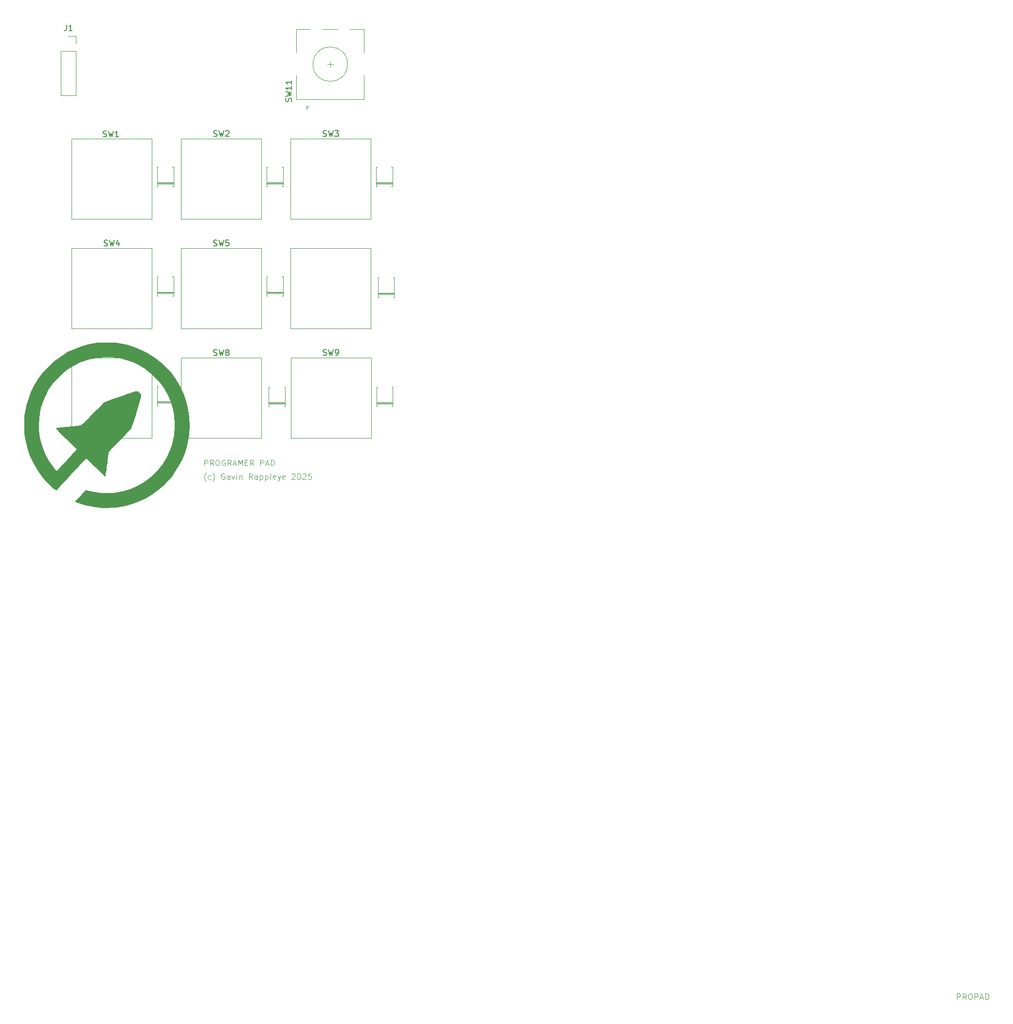
<source format=gbr>
%TF.GenerationSoftware,KiCad,Pcbnew,9.0.1*%
%TF.CreationDate,2025-06-05T14:05:19-05:00*%
%TF.ProjectId,CopyPAD,436f7079-5041-4442-9e6b-696361645f70,rev?*%
%TF.SameCoordinates,Original*%
%TF.FileFunction,Legend,Top*%
%TF.FilePolarity,Positive*%
%FSLAX46Y46*%
G04 Gerber Fmt 4.6, Leading zero omitted, Abs format (unit mm)*
G04 Created by KiCad (PCBNEW 9.0.1) date 2025-06-05 14:05:19*
%MOMM*%
%LPD*%
G01*
G04 APERTURE LIST*
%ADD10C,0.100000*%
%ADD11C,0.300000*%
%ADD12C,0.150000*%
%ADD13C,0.000000*%
%ADD14C,0.120000*%
G04 APERTURE END LIST*
D10*
X55358348Y-100265871D02*
X55310729Y-100218252D01*
X55310729Y-100218252D02*
X55215491Y-100075395D01*
X55215491Y-100075395D02*
X55167872Y-99980157D01*
X55167872Y-99980157D02*
X55120253Y-99837300D01*
X55120253Y-99837300D02*
X55072634Y-99599204D01*
X55072634Y-99599204D02*
X55072634Y-99408728D01*
X55072634Y-99408728D02*
X55120253Y-99170633D01*
X55120253Y-99170633D02*
X55167872Y-99027776D01*
X55167872Y-99027776D02*
X55215491Y-98932538D01*
X55215491Y-98932538D02*
X55310729Y-98789680D01*
X55310729Y-98789680D02*
X55358348Y-98742061D01*
X56167872Y-99837300D02*
X56072634Y-99884919D01*
X56072634Y-99884919D02*
X55882158Y-99884919D01*
X55882158Y-99884919D02*
X55786920Y-99837300D01*
X55786920Y-99837300D02*
X55739301Y-99789680D01*
X55739301Y-99789680D02*
X55691682Y-99694442D01*
X55691682Y-99694442D02*
X55691682Y-99408728D01*
X55691682Y-99408728D02*
X55739301Y-99313490D01*
X55739301Y-99313490D02*
X55786920Y-99265871D01*
X55786920Y-99265871D02*
X55882158Y-99218252D01*
X55882158Y-99218252D02*
X56072634Y-99218252D01*
X56072634Y-99218252D02*
X56167872Y-99265871D01*
X56501206Y-100265871D02*
X56548825Y-100218252D01*
X56548825Y-100218252D02*
X56644063Y-100075395D01*
X56644063Y-100075395D02*
X56691682Y-99980157D01*
X56691682Y-99980157D02*
X56739301Y-99837300D01*
X56739301Y-99837300D02*
X56786920Y-99599204D01*
X56786920Y-99599204D02*
X56786920Y-99408728D01*
X56786920Y-99408728D02*
X56739301Y-99170633D01*
X56739301Y-99170633D02*
X56691682Y-99027776D01*
X56691682Y-99027776D02*
X56644063Y-98932538D01*
X56644063Y-98932538D02*
X56548825Y-98789680D01*
X56548825Y-98789680D02*
X56501206Y-98742061D01*
X58548825Y-98932538D02*
X58453587Y-98884919D01*
X58453587Y-98884919D02*
X58310730Y-98884919D01*
X58310730Y-98884919D02*
X58167873Y-98932538D01*
X58167873Y-98932538D02*
X58072635Y-99027776D01*
X58072635Y-99027776D02*
X58025016Y-99123014D01*
X58025016Y-99123014D02*
X57977397Y-99313490D01*
X57977397Y-99313490D02*
X57977397Y-99456347D01*
X57977397Y-99456347D02*
X58025016Y-99646823D01*
X58025016Y-99646823D02*
X58072635Y-99742061D01*
X58072635Y-99742061D02*
X58167873Y-99837300D01*
X58167873Y-99837300D02*
X58310730Y-99884919D01*
X58310730Y-99884919D02*
X58405968Y-99884919D01*
X58405968Y-99884919D02*
X58548825Y-99837300D01*
X58548825Y-99837300D02*
X58596444Y-99789680D01*
X58596444Y-99789680D02*
X58596444Y-99456347D01*
X58596444Y-99456347D02*
X58405968Y-99456347D01*
X59453587Y-99884919D02*
X59453587Y-99361109D01*
X59453587Y-99361109D02*
X59405968Y-99265871D01*
X59405968Y-99265871D02*
X59310730Y-99218252D01*
X59310730Y-99218252D02*
X59120254Y-99218252D01*
X59120254Y-99218252D02*
X59025016Y-99265871D01*
X59453587Y-99837300D02*
X59358349Y-99884919D01*
X59358349Y-99884919D02*
X59120254Y-99884919D01*
X59120254Y-99884919D02*
X59025016Y-99837300D01*
X59025016Y-99837300D02*
X58977397Y-99742061D01*
X58977397Y-99742061D02*
X58977397Y-99646823D01*
X58977397Y-99646823D02*
X59025016Y-99551585D01*
X59025016Y-99551585D02*
X59120254Y-99503966D01*
X59120254Y-99503966D02*
X59358349Y-99503966D01*
X59358349Y-99503966D02*
X59453587Y-99456347D01*
X59834540Y-99218252D02*
X60072635Y-99884919D01*
X60072635Y-99884919D02*
X60310730Y-99218252D01*
X60691683Y-99884919D02*
X60691683Y-99218252D01*
X60691683Y-98884919D02*
X60644064Y-98932538D01*
X60644064Y-98932538D02*
X60691683Y-98980157D01*
X60691683Y-98980157D02*
X60739302Y-98932538D01*
X60739302Y-98932538D02*
X60691683Y-98884919D01*
X60691683Y-98884919D02*
X60691683Y-98980157D01*
X61167873Y-99218252D02*
X61167873Y-99884919D01*
X61167873Y-99313490D02*
X61215492Y-99265871D01*
X61215492Y-99265871D02*
X61310730Y-99218252D01*
X61310730Y-99218252D02*
X61453587Y-99218252D01*
X61453587Y-99218252D02*
X61548825Y-99265871D01*
X61548825Y-99265871D02*
X61596444Y-99361109D01*
X61596444Y-99361109D02*
X61596444Y-99884919D01*
X63405968Y-99884919D02*
X63072635Y-99408728D01*
X62834540Y-99884919D02*
X62834540Y-98884919D01*
X62834540Y-98884919D02*
X63215492Y-98884919D01*
X63215492Y-98884919D02*
X63310730Y-98932538D01*
X63310730Y-98932538D02*
X63358349Y-98980157D01*
X63358349Y-98980157D02*
X63405968Y-99075395D01*
X63405968Y-99075395D02*
X63405968Y-99218252D01*
X63405968Y-99218252D02*
X63358349Y-99313490D01*
X63358349Y-99313490D02*
X63310730Y-99361109D01*
X63310730Y-99361109D02*
X63215492Y-99408728D01*
X63215492Y-99408728D02*
X62834540Y-99408728D01*
X64263111Y-99884919D02*
X64263111Y-99361109D01*
X64263111Y-99361109D02*
X64215492Y-99265871D01*
X64215492Y-99265871D02*
X64120254Y-99218252D01*
X64120254Y-99218252D02*
X63929778Y-99218252D01*
X63929778Y-99218252D02*
X63834540Y-99265871D01*
X64263111Y-99837300D02*
X64167873Y-99884919D01*
X64167873Y-99884919D02*
X63929778Y-99884919D01*
X63929778Y-99884919D02*
X63834540Y-99837300D01*
X63834540Y-99837300D02*
X63786921Y-99742061D01*
X63786921Y-99742061D02*
X63786921Y-99646823D01*
X63786921Y-99646823D02*
X63834540Y-99551585D01*
X63834540Y-99551585D02*
X63929778Y-99503966D01*
X63929778Y-99503966D02*
X64167873Y-99503966D01*
X64167873Y-99503966D02*
X64263111Y-99456347D01*
X64739302Y-99218252D02*
X64739302Y-100218252D01*
X64739302Y-99265871D02*
X64834540Y-99218252D01*
X64834540Y-99218252D02*
X65025016Y-99218252D01*
X65025016Y-99218252D02*
X65120254Y-99265871D01*
X65120254Y-99265871D02*
X65167873Y-99313490D01*
X65167873Y-99313490D02*
X65215492Y-99408728D01*
X65215492Y-99408728D02*
X65215492Y-99694442D01*
X65215492Y-99694442D02*
X65167873Y-99789680D01*
X65167873Y-99789680D02*
X65120254Y-99837300D01*
X65120254Y-99837300D02*
X65025016Y-99884919D01*
X65025016Y-99884919D02*
X64834540Y-99884919D01*
X64834540Y-99884919D02*
X64739302Y-99837300D01*
X65644064Y-99218252D02*
X65644064Y-100218252D01*
X65644064Y-99265871D02*
X65739302Y-99218252D01*
X65739302Y-99218252D02*
X65929778Y-99218252D01*
X65929778Y-99218252D02*
X66025016Y-99265871D01*
X66025016Y-99265871D02*
X66072635Y-99313490D01*
X66072635Y-99313490D02*
X66120254Y-99408728D01*
X66120254Y-99408728D02*
X66120254Y-99694442D01*
X66120254Y-99694442D02*
X66072635Y-99789680D01*
X66072635Y-99789680D02*
X66025016Y-99837300D01*
X66025016Y-99837300D02*
X65929778Y-99884919D01*
X65929778Y-99884919D02*
X65739302Y-99884919D01*
X65739302Y-99884919D02*
X65644064Y-99837300D01*
X66691683Y-99884919D02*
X66596445Y-99837300D01*
X66596445Y-99837300D02*
X66548826Y-99742061D01*
X66548826Y-99742061D02*
X66548826Y-98884919D01*
X67453588Y-99837300D02*
X67358350Y-99884919D01*
X67358350Y-99884919D02*
X67167874Y-99884919D01*
X67167874Y-99884919D02*
X67072636Y-99837300D01*
X67072636Y-99837300D02*
X67025017Y-99742061D01*
X67025017Y-99742061D02*
X67025017Y-99361109D01*
X67025017Y-99361109D02*
X67072636Y-99265871D01*
X67072636Y-99265871D02*
X67167874Y-99218252D01*
X67167874Y-99218252D02*
X67358350Y-99218252D01*
X67358350Y-99218252D02*
X67453588Y-99265871D01*
X67453588Y-99265871D02*
X67501207Y-99361109D01*
X67501207Y-99361109D02*
X67501207Y-99456347D01*
X67501207Y-99456347D02*
X67025017Y-99551585D01*
X67834541Y-99218252D02*
X68072636Y-99884919D01*
X68310731Y-99218252D02*
X68072636Y-99884919D01*
X68072636Y-99884919D02*
X67977398Y-100123014D01*
X67977398Y-100123014D02*
X67929779Y-100170633D01*
X67929779Y-100170633D02*
X67834541Y-100218252D01*
X69072636Y-99837300D02*
X68977398Y-99884919D01*
X68977398Y-99884919D02*
X68786922Y-99884919D01*
X68786922Y-99884919D02*
X68691684Y-99837300D01*
X68691684Y-99837300D02*
X68644065Y-99742061D01*
X68644065Y-99742061D02*
X68644065Y-99361109D01*
X68644065Y-99361109D02*
X68691684Y-99265871D01*
X68691684Y-99265871D02*
X68786922Y-99218252D01*
X68786922Y-99218252D02*
X68977398Y-99218252D01*
X68977398Y-99218252D02*
X69072636Y-99265871D01*
X69072636Y-99265871D02*
X69120255Y-99361109D01*
X69120255Y-99361109D02*
X69120255Y-99456347D01*
X69120255Y-99456347D02*
X68644065Y-99551585D01*
X70263113Y-98980157D02*
X70310732Y-98932538D01*
X70310732Y-98932538D02*
X70405970Y-98884919D01*
X70405970Y-98884919D02*
X70644065Y-98884919D01*
X70644065Y-98884919D02*
X70739303Y-98932538D01*
X70739303Y-98932538D02*
X70786922Y-98980157D01*
X70786922Y-98980157D02*
X70834541Y-99075395D01*
X70834541Y-99075395D02*
X70834541Y-99170633D01*
X70834541Y-99170633D02*
X70786922Y-99313490D01*
X70786922Y-99313490D02*
X70215494Y-99884919D01*
X70215494Y-99884919D02*
X70834541Y-99884919D01*
X71453589Y-98884919D02*
X71548827Y-98884919D01*
X71548827Y-98884919D02*
X71644065Y-98932538D01*
X71644065Y-98932538D02*
X71691684Y-98980157D01*
X71691684Y-98980157D02*
X71739303Y-99075395D01*
X71739303Y-99075395D02*
X71786922Y-99265871D01*
X71786922Y-99265871D02*
X71786922Y-99503966D01*
X71786922Y-99503966D02*
X71739303Y-99694442D01*
X71739303Y-99694442D02*
X71691684Y-99789680D01*
X71691684Y-99789680D02*
X71644065Y-99837300D01*
X71644065Y-99837300D02*
X71548827Y-99884919D01*
X71548827Y-99884919D02*
X71453589Y-99884919D01*
X71453589Y-99884919D02*
X71358351Y-99837300D01*
X71358351Y-99837300D02*
X71310732Y-99789680D01*
X71310732Y-99789680D02*
X71263113Y-99694442D01*
X71263113Y-99694442D02*
X71215494Y-99503966D01*
X71215494Y-99503966D02*
X71215494Y-99265871D01*
X71215494Y-99265871D02*
X71263113Y-99075395D01*
X71263113Y-99075395D02*
X71310732Y-98980157D01*
X71310732Y-98980157D02*
X71358351Y-98932538D01*
X71358351Y-98932538D02*
X71453589Y-98884919D01*
X72167875Y-98980157D02*
X72215494Y-98932538D01*
X72215494Y-98932538D02*
X72310732Y-98884919D01*
X72310732Y-98884919D02*
X72548827Y-98884919D01*
X72548827Y-98884919D02*
X72644065Y-98932538D01*
X72644065Y-98932538D02*
X72691684Y-98980157D01*
X72691684Y-98980157D02*
X72739303Y-99075395D01*
X72739303Y-99075395D02*
X72739303Y-99170633D01*
X72739303Y-99170633D02*
X72691684Y-99313490D01*
X72691684Y-99313490D02*
X72120256Y-99884919D01*
X72120256Y-99884919D02*
X72739303Y-99884919D01*
X73644065Y-98884919D02*
X73167875Y-98884919D01*
X73167875Y-98884919D02*
X73120256Y-99361109D01*
X73120256Y-99361109D02*
X73167875Y-99313490D01*
X73167875Y-99313490D02*
X73263113Y-99265871D01*
X73263113Y-99265871D02*
X73501208Y-99265871D01*
X73501208Y-99265871D02*
X73596446Y-99313490D01*
X73596446Y-99313490D02*
X73644065Y-99361109D01*
X73644065Y-99361109D02*
X73691684Y-99456347D01*
X73691684Y-99456347D02*
X73691684Y-99694442D01*
X73691684Y-99694442D02*
X73644065Y-99789680D01*
X73644065Y-99789680D02*
X73596446Y-99837300D01*
X73596446Y-99837300D02*
X73501208Y-99884919D01*
X73501208Y-99884919D02*
X73263113Y-99884919D01*
X73263113Y-99884919D02*
X73167875Y-99837300D01*
X73167875Y-99837300D02*
X73120256Y-99789680D01*
X55072634Y-97503669D02*
X55072634Y-96503669D01*
X55072634Y-96503669D02*
X55453586Y-96503669D01*
X55453586Y-96503669D02*
X55548824Y-96551288D01*
X55548824Y-96551288D02*
X55596443Y-96598907D01*
X55596443Y-96598907D02*
X55644062Y-96694145D01*
X55644062Y-96694145D02*
X55644062Y-96837002D01*
X55644062Y-96837002D02*
X55596443Y-96932240D01*
X55596443Y-96932240D02*
X55548824Y-96979859D01*
X55548824Y-96979859D02*
X55453586Y-97027478D01*
X55453586Y-97027478D02*
X55072634Y-97027478D01*
X56644062Y-97503669D02*
X56310729Y-97027478D01*
X56072634Y-97503669D02*
X56072634Y-96503669D01*
X56072634Y-96503669D02*
X56453586Y-96503669D01*
X56453586Y-96503669D02*
X56548824Y-96551288D01*
X56548824Y-96551288D02*
X56596443Y-96598907D01*
X56596443Y-96598907D02*
X56644062Y-96694145D01*
X56644062Y-96694145D02*
X56644062Y-96837002D01*
X56644062Y-96837002D02*
X56596443Y-96932240D01*
X56596443Y-96932240D02*
X56548824Y-96979859D01*
X56548824Y-96979859D02*
X56453586Y-97027478D01*
X56453586Y-97027478D02*
X56072634Y-97027478D01*
X57263110Y-96503669D02*
X57453586Y-96503669D01*
X57453586Y-96503669D02*
X57548824Y-96551288D01*
X57548824Y-96551288D02*
X57644062Y-96646526D01*
X57644062Y-96646526D02*
X57691681Y-96837002D01*
X57691681Y-96837002D02*
X57691681Y-97170335D01*
X57691681Y-97170335D02*
X57644062Y-97360811D01*
X57644062Y-97360811D02*
X57548824Y-97456050D01*
X57548824Y-97456050D02*
X57453586Y-97503669D01*
X57453586Y-97503669D02*
X57263110Y-97503669D01*
X57263110Y-97503669D02*
X57167872Y-97456050D01*
X57167872Y-97456050D02*
X57072634Y-97360811D01*
X57072634Y-97360811D02*
X57025015Y-97170335D01*
X57025015Y-97170335D02*
X57025015Y-96837002D01*
X57025015Y-96837002D02*
X57072634Y-96646526D01*
X57072634Y-96646526D02*
X57167872Y-96551288D01*
X57167872Y-96551288D02*
X57263110Y-96503669D01*
X58644062Y-96551288D02*
X58548824Y-96503669D01*
X58548824Y-96503669D02*
X58405967Y-96503669D01*
X58405967Y-96503669D02*
X58263110Y-96551288D01*
X58263110Y-96551288D02*
X58167872Y-96646526D01*
X58167872Y-96646526D02*
X58120253Y-96741764D01*
X58120253Y-96741764D02*
X58072634Y-96932240D01*
X58072634Y-96932240D02*
X58072634Y-97075097D01*
X58072634Y-97075097D02*
X58120253Y-97265573D01*
X58120253Y-97265573D02*
X58167872Y-97360811D01*
X58167872Y-97360811D02*
X58263110Y-97456050D01*
X58263110Y-97456050D02*
X58405967Y-97503669D01*
X58405967Y-97503669D02*
X58501205Y-97503669D01*
X58501205Y-97503669D02*
X58644062Y-97456050D01*
X58644062Y-97456050D02*
X58691681Y-97408430D01*
X58691681Y-97408430D02*
X58691681Y-97075097D01*
X58691681Y-97075097D02*
X58501205Y-97075097D01*
X59691681Y-97503669D02*
X59358348Y-97027478D01*
X59120253Y-97503669D02*
X59120253Y-96503669D01*
X59120253Y-96503669D02*
X59501205Y-96503669D01*
X59501205Y-96503669D02*
X59596443Y-96551288D01*
X59596443Y-96551288D02*
X59644062Y-96598907D01*
X59644062Y-96598907D02*
X59691681Y-96694145D01*
X59691681Y-96694145D02*
X59691681Y-96837002D01*
X59691681Y-96837002D02*
X59644062Y-96932240D01*
X59644062Y-96932240D02*
X59596443Y-96979859D01*
X59596443Y-96979859D02*
X59501205Y-97027478D01*
X59501205Y-97027478D02*
X59120253Y-97027478D01*
X60072634Y-97217954D02*
X60548824Y-97217954D01*
X59977396Y-97503669D02*
X60310729Y-96503669D01*
X60310729Y-96503669D02*
X60644062Y-97503669D01*
X60977396Y-97503669D02*
X60977396Y-96503669D01*
X60977396Y-96503669D02*
X61310729Y-97217954D01*
X61310729Y-97217954D02*
X61644062Y-96503669D01*
X61644062Y-96503669D02*
X61644062Y-97503669D01*
X62120253Y-96979859D02*
X62453586Y-96979859D01*
X62596443Y-97503669D02*
X62120253Y-97503669D01*
X62120253Y-97503669D02*
X62120253Y-96503669D01*
X62120253Y-96503669D02*
X62596443Y-96503669D01*
X63596443Y-97503669D02*
X63263110Y-97027478D01*
X63025015Y-97503669D02*
X63025015Y-96503669D01*
X63025015Y-96503669D02*
X63405967Y-96503669D01*
X63405967Y-96503669D02*
X63501205Y-96551288D01*
X63501205Y-96551288D02*
X63548824Y-96598907D01*
X63548824Y-96598907D02*
X63596443Y-96694145D01*
X63596443Y-96694145D02*
X63596443Y-96837002D01*
X63596443Y-96837002D02*
X63548824Y-96932240D01*
X63548824Y-96932240D02*
X63501205Y-96979859D01*
X63501205Y-96979859D02*
X63405967Y-97027478D01*
X63405967Y-97027478D02*
X63025015Y-97027478D01*
X64786920Y-97503669D02*
X64786920Y-96503669D01*
X64786920Y-96503669D02*
X65167872Y-96503669D01*
X65167872Y-96503669D02*
X65263110Y-96551288D01*
X65263110Y-96551288D02*
X65310729Y-96598907D01*
X65310729Y-96598907D02*
X65358348Y-96694145D01*
X65358348Y-96694145D02*
X65358348Y-96837002D01*
X65358348Y-96837002D02*
X65310729Y-96932240D01*
X65310729Y-96932240D02*
X65263110Y-96979859D01*
X65263110Y-96979859D02*
X65167872Y-97027478D01*
X65167872Y-97027478D02*
X64786920Y-97027478D01*
X65739301Y-97217954D02*
X66215491Y-97217954D01*
X65644063Y-97503669D02*
X65977396Y-96503669D01*
X65977396Y-96503669D02*
X66310729Y-97503669D01*
X66644063Y-97503669D02*
X66644063Y-96503669D01*
X66644063Y-96503669D02*
X66882158Y-96503669D01*
X66882158Y-96503669D02*
X67025015Y-96551288D01*
X67025015Y-96551288D02*
X67120253Y-96646526D01*
X67120253Y-96646526D02*
X67167872Y-96741764D01*
X67167872Y-96741764D02*
X67215491Y-96932240D01*
X67215491Y-96932240D02*
X67215491Y-97075097D01*
X67215491Y-97075097D02*
X67167872Y-97265573D01*
X67167872Y-97265573D02*
X67120253Y-97360811D01*
X67120253Y-97360811D02*
X67025015Y-97456050D01*
X67025015Y-97456050D02*
X66882158Y-97503669D01*
X66882158Y-97503669D02*
X66644063Y-97503669D01*
X186041384Y-190372419D02*
X186041384Y-189372419D01*
X186041384Y-189372419D02*
X186422336Y-189372419D01*
X186422336Y-189372419D02*
X186517574Y-189420038D01*
X186517574Y-189420038D02*
X186565193Y-189467657D01*
X186565193Y-189467657D02*
X186612812Y-189562895D01*
X186612812Y-189562895D02*
X186612812Y-189705752D01*
X186612812Y-189705752D02*
X186565193Y-189800990D01*
X186565193Y-189800990D02*
X186517574Y-189848609D01*
X186517574Y-189848609D02*
X186422336Y-189896228D01*
X186422336Y-189896228D02*
X186041384Y-189896228D01*
X187612812Y-190372419D02*
X187279479Y-189896228D01*
X187041384Y-190372419D02*
X187041384Y-189372419D01*
X187041384Y-189372419D02*
X187422336Y-189372419D01*
X187422336Y-189372419D02*
X187517574Y-189420038D01*
X187517574Y-189420038D02*
X187565193Y-189467657D01*
X187565193Y-189467657D02*
X187612812Y-189562895D01*
X187612812Y-189562895D02*
X187612812Y-189705752D01*
X187612812Y-189705752D02*
X187565193Y-189800990D01*
X187565193Y-189800990D02*
X187517574Y-189848609D01*
X187517574Y-189848609D02*
X187422336Y-189896228D01*
X187422336Y-189896228D02*
X187041384Y-189896228D01*
X188231860Y-189372419D02*
X188422336Y-189372419D01*
X188422336Y-189372419D02*
X188517574Y-189420038D01*
X188517574Y-189420038D02*
X188612812Y-189515276D01*
X188612812Y-189515276D02*
X188660431Y-189705752D01*
X188660431Y-189705752D02*
X188660431Y-190039085D01*
X188660431Y-190039085D02*
X188612812Y-190229561D01*
X188612812Y-190229561D02*
X188517574Y-190324800D01*
X188517574Y-190324800D02*
X188422336Y-190372419D01*
X188422336Y-190372419D02*
X188231860Y-190372419D01*
X188231860Y-190372419D02*
X188136622Y-190324800D01*
X188136622Y-190324800D02*
X188041384Y-190229561D01*
X188041384Y-190229561D02*
X187993765Y-190039085D01*
X187993765Y-190039085D02*
X187993765Y-189705752D01*
X187993765Y-189705752D02*
X188041384Y-189515276D01*
X188041384Y-189515276D02*
X188136622Y-189420038D01*
X188136622Y-189420038D02*
X188231860Y-189372419D01*
X189089003Y-190372419D02*
X189089003Y-189372419D01*
X189089003Y-189372419D02*
X189469955Y-189372419D01*
X189469955Y-189372419D02*
X189565193Y-189420038D01*
X189565193Y-189420038D02*
X189612812Y-189467657D01*
X189612812Y-189467657D02*
X189660431Y-189562895D01*
X189660431Y-189562895D02*
X189660431Y-189705752D01*
X189660431Y-189705752D02*
X189612812Y-189800990D01*
X189612812Y-189800990D02*
X189565193Y-189848609D01*
X189565193Y-189848609D02*
X189469955Y-189896228D01*
X189469955Y-189896228D02*
X189089003Y-189896228D01*
X190041384Y-190086704D02*
X190517574Y-190086704D01*
X189946146Y-190372419D02*
X190279479Y-189372419D01*
X190279479Y-189372419D02*
X190612812Y-190372419D01*
X190946146Y-190372419D02*
X190946146Y-189372419D01*
X190946146Y-189372419D02*
X191184241Y-189372419D01*
X191184241Y-189372419D02*
X191327098Y-189420038D01*
X191327098Y-189420038D02*
X191422336Y-189515276D01*
X191422336Y-189515276D02*
X191469955Y-189610514D01*
X191469955Y-189610514D02*
X191517574Y-189800990D01*
X191517574Y-189800990D02*
X191517574Y-189943847D01*
X191517574Y-189943847D02*
X191469955Y-190134323D01*
X191469955Y-190134323D02*
X191422336Y-190229561D01*
X191422336Y-190229561D02*
X191327098Y-190324800D01*
X191327098Y-190324800D02*
X191184241Y-190372419D01*
X191184241Y-190372419D02*
X190946146Y-190372419D01*
D11*
X36778572Y-89737257D02*
X36635715Y-89665828D01*
X36635715Y-89665828D02*
X36421429Y-89665828D01*
X36421429Y-89665828D02*
X36207143Y-89737257D01*
X36207143Y-89737257D02*
X36064286Y-89880114D01*
X36064286Y-89880114D02*
X35992857Y-90022971D01*
X35992857Y-90022971D02*
X35921429Y-90308685D01*
X35921429Y-90308685D02*
X35921429Y-90522971D01*
X35921429Y-90522971D02*
X35992857Y-90808685D01*
X35992857Y-90808685D02*
X36064286Y-90951542D01*
X36064286Y-90951542D02*
X36207143Y-91094400D01*
X36207143Y-91094400D02*
X36421429Y-91165828D01*
X36421429Y-91165828D02*
X36564286Y-91165828D01*
X36564286Y-91165828D02*
X36778572Y-91094400D01*
X36778572Y-91094400D02*
X36850000Y-91022971D01*
X36850000Y-91022971D02*
X36850000Y-90522971D01*
X36850000Y-90522971D02*
X36564286Y-90522971D01*
X37707143Y-89665828D02*
X37707143Y-90022971D01*
X37350000Y-89880114D02*
X37707143Y-90022971D01*
X37707143Y-90022971D02*
X38064286Y-89880114D01*
X37492857Y-90308685D02*
X37707143Y-90022971D01*
X37707143Y-90022971D02*
X37921429Y-90308685D01*
X38850000Y-89665828D02*
X38850000Y-90022971D01*
X38492857Y-89880114D02*
X38850000Y-90022971D01*
X38850000Y-90022971D02*
X39207143Y-89880114D01*
X38635714Y-90308685D02*
X38850000Y-90022971D01*
X38850000Y-90022971D02*
X39064286Y-90308685D01*
X39992857Y-89665828D02*
X39992857Y-90022971D01*
X39635714Y-89880114D02*
X39992857Y-90022971D01*
X39992857Y-90022971D02*
X40350000Y-89880114D01*
X39778571Y-90308685D02*
X39992857Y-90022971D01*
X39992857Y-90022971D02*
X40207143Y-90308685D01*
D12*
X70179788Y-34192348D02*
X70227407Y-34049491D01*
X70227407Y-34049491D02*
X70227407Y-33811396D01*
X70227407Y-33811396D02*
X70179788Y-33716158D01*
X70179788Y-33716158D02*
X70132168Y-33668539D01*
X70132168Y-33668539D02*
X70036930Y-33620920D01*
X70036930Y-33620920D02*
X69941692Y-33620920D01*
X69941692Y-33620920D02*
X69846454Y-33668539D01*
X69846454Y-33668539D02*
X69798835Y-33716158D01*
X69798835Y-33716158D02*
X69751216Y-33811396D01*
X69751216Y-33811396D02*
X69703597Y-34001872D01*
X69703597Y-34001872D02*
X69655978Y-34097110D01*
X69655978Y-34097110D02*
X69608359Y-34144729D01*
X69608359Y-34144729D02*
X69513121Y-34192348D01*
X69513121Y-34192348D02*
X69417883Y-34192348D01*
X69417883Y-34192348D02*
X69322645Y-34144729D01*
X69322645Y-34144729D02*
X69275026Y-34097110D01*
X69275026Y-34097110D02*
X69227407Y-34001872D01*
X69227407Y-34001872D02*
X69227407Y-33763777D01*
X69227407Y-33763777D02*
X69275026Y-33620920D01*
X69227407Y-33287586D02*
X70227407Y-33049491D01*
X70227407Y-33049491D02*
X69513121Y-32859015D01*
X69513121Y-32859015D02*
X70227407Y-32668539D01*
X70227407Y-32668539D02*
X69227407Y-32430444D01*
X70227407Y-31525682D02*
X70227407Y-32097110D01*
X70227407Y-31811396D02*
X69227407Y-31811396D01*
X69227407Y-31811396D02*
X69370264Y-31906634D01*
X69370264Y-31906634D02*
X69465502Y-32001872D01*
X69465502Y-32001872D02*
X69513121Y-32097110D01*
X70227407Y-30573301D02*
X70227407Y-31144729D01*
X70227407Y-30859015D02*
X69227407Y-30859015D01*
X69227407Y-30859015D02*
X69370264Y-30954253D01*
X69370264Y-30954253D02*
X69465502Y-31049491D01*
X69465502Y-31049491D02*
X69513121Y-31144729D01*
X37629417Y-59257276D02*
X37772274Y-59304895D01*
X37772274Y-59304895D02*
X38010369Y-59304895D01*
X38010369Y-59304895D02*
X38105607Y-59257276D01*
X38105607Y-59257276D02*
X38153226Y-59209656D01*
X38153226Y-59209656D02*
X38200845Y-59114418D01*
X38200845Y-59114418D02*
X38200845Y-59019180D01*
X38200845Y-59019180D02*
X38153226Y-58923942D01*
X38153226Y-58923942D02*
X38105607Y-58876323D01*
X38105607Y-58876323D02*
X38010369Y-58828704D01*
X38010369Y-58828704D02*
X37819893Y-58781085D01*
X37819893Y-58781085D02*
X37724655Y-58733466D01*
X37724655Y-58733466D02*
X37677036Y-58685847D01*
X37677036Y-58685847D02*
X37629417Y-58590609D01*
X37629417Y-58590609D02*
X37629417Y-58495371D01*
X37629417Y-58495371D02*
X37677036Y-58400133D01*
X37677036Y-58400133D02*
X37724655Y-58352514D01*
X37724655Y-58352514D02*
X37819893Y-58304895D01*
X37819893Y-58304895D02*
X38057988Y-58304895D01*
X38057988Y-58304895D02*
X38200845Y-58352514D01*
X38534179Y-58304895D02*
X38772274Y-59304895D01*
X38772274Y-59304895D02*
X38962750Y-58590609D01*
X38962750Y-58590609D02*
X39153226Y-59304895D01*
X39153226Y-59304895D02*
X39391322Y-58304895D01*
X40200845Y-58638228D02*
X40200845Y-59304895D01*
X39962750Y-58257276D02*
X39724655Y-58971561D01*
X39724655Y-58971561D02*
X40343702Y-58971561D01*
X75740003Y-40210942D02*
X75882860Y-40258561D01*
X75882860Y-40258561D02*
X76120955Y-40258561D01*
X76120955Y-40258561D02*
X76216193Y-40210942D01*
X76216193Y-40210942D02*
X76263812Y-40163322D01*
X76263812Y-40163322D02*
X76311431Y-40068084D01*
X76311431Y-40068084D02*
X76311431Y-39972846D01*
X76311431Y-39972846D02*
X76263812Y-39877608D01*
X76263812Y-39877608D02*
X76216193Y-39829989D01*
X76216193Y-39829989D02*
X76120955Y-39782370D01*
X76120955Y-39782370D02*
X75930479Y-39734751D01*
X75930479Y-39734751D02*
X75835241Y-39687132D01*
X75835241Y-39687132D02*
X75787622Y-39639513D01*
X75787622Y-39639513D02*
X75740003Y-39544275D01*
X75740003Y-39544275D02*
X75740003Y-39449037D01*
X75740003Y-39449037D02*
X75787622Y-39353799D01*
X75787622Y-39353799D02*
X75835241Y-39306180D01*
X75835241Y-39306180D02*
X75930479Y-39258561D01*
X75930479Y-39258561D02*
X76168574Y-39258561D01*
X76168574Y-39258561D02*
X76311431Y-39306180D01*
X76644765Y-39258561D02*
X76882860Y-40258561D01*
X76882860Y-40258561D02*
X77073336Y-39544275D01*
X77073336Y-39544275D02*
X77263812Y-40258561D01*
X77263812Y-40258561D02*
X77501908Y-39258561D01*
X77787622Y-39258561D02*
X78406669Y-39258561D01*
X78406669Y-39258561D02*
X78073336Y-39639513D01*
X78073336Y-39639513D02*
X78216193Y-39639513D01*
X78216193Y-39639513D02*
X78311431Y-39687132D01*
X78311431Y-39687132D02*
X78359050Y-39734751D01*
X78359050Y-39734751D02*
X78406669Y-39829989D01*
X78406669Y-39829989D02*
X78406669Y-40068084D01*
X78406669Y-40068084D02*
X78359050Y-40163322D01*
X78359050Y-40163322D02*
X78311431Y-40210942D01*
X78311431Y-40210942D02*
X78216193Y-40258561D01*
X78216193Y-40258561D02*
X77930479Y-40258561D01*
X77930479Y-40258561D02*
X77835241Y-40210942D01*
X77835241Y-40210942D02*
X77787622Y-40163322D01*
X56679417Y-59257276D02*
X56822274Y-59304895D01*
X56822274Y-59304895D02*
X57060369Y-59304895D01*
X57060369Y-59304895D02*
X57155607Y-59257276D01*
X57155607Y-59257276D02*
X57203226Y-59209656D01*
X57203226Y-59209656D02*
X57250845Y-59114418D01*
X57250845Y-59114418D02*
X57250845Y-59019180D01*
X57250845Y-59019180D02*
X57203226Y-58923942D01*
X57203226Y-58923942D02*
X57155607Y-58876323D01*
X57155607Y-58876323D02*
X57060369Y-58828704D01*
X57060369Y-58828704D02*
X56869893Y-58781085D01*
X56869893Y-58781085D02*
X56774655Y-58733466D01*
X56774655Y-58733466D02*
X56727036Y-58685847D01*
X56727036Y-58685847D02*
X56679417Y-58590609D01*
X56679417Y-58590609D02*
X56679417Y-58495371D01*
X56679417Y-58495371D02*
X56727036Y-58400133D01*
X56727036Y-58400133D02*
X56774655Y-58352514D01*
X56774655Y-58352514D02*
X56869893Y-58304895D01*
X56869893Y-58304895D02*
X57107988Y-58304895D01*
X57107988Y-58304895D02*
X57250845Y-58352514D01*
X57584179Y-58304895D02*
X57822274Y-59304895D01*
X57822274Y-59304895D02*
X58012750Y-58590609D01*
X58012750Y-58590609D02*
X58203226Y-59304895D01*
X58203226Y-59304895D02*
X58441322Y-58304895D01*
X59298464Y-58304895D02*
X58822274Y-58304895D01*
X58822274Y-58304895D02*
X58774655Y-58781085D01*
X58774655Y-58781085D02*
X58822274Y-58733466D01*
X58822274Y-58733466D02*
X58917512Y-58685847D01*
X58917512Y-58685847D02*
X59155607Y-58685847D01*
X59155607Y-58685847D02*
X59250845Y-58733466D01*
X59250845Y-58733466D02*
X59298464Y-58781085D01*
X59298464Y-58781085D02*
X59346083Y-58876323D01*
X59346083Y-58876323D02*
X59346083Y-59114418D01*
X59346083Y-59114418D02*
X59298464Y-59209656D01*
X59298464Y-59209656D02*
X59250845Y-59257276D01*
X59250845Y-59257276D02*
X59155607Y-59304895D01*
X59155607Y-59304895D02*
X58917512Y-59304895D01*
X58917512Y-59304895D02*
X58822274Y-59257276D01*
X58822274Y-59257276D02*
X58774655Y-59209656D01*
X37626859Y-78257745D02*
X37769716Y-78305364D01*
X37769716Y-78305364D02*
X38007811Y-78305364D01*
X38007811Y-78305364D02*
X38103049Y-78257745D01*
X38103049Y-78257745D02*
X38150668Y-78210125D01*
X38150668Y-78210125D02*
X38198287Y-78114887D01*
X38198287Y-78114887D02*
X38198287Y-78019649D01*
X38198287Y-78019649D02*
X38150668Y-77924411D01*
X38150668Y-77924411D02*
X38103049Y-77876792D01*
X38103049Y-77876792D02*
X38007811Y-77829173D01*
X38007811Y-77829173D02*
X37817335Y-77781554D01*
X37817335Y-77781554D02*
X37722097Y-77733935D01*
X37722097Y-77733935D02*
X37674478Y-77686316D01*
X37674478Y-77686316D02*
X37626859Y-77591078D01*
X37626859Y-77591078D02*
X37626859Y-77495840D01*
X37626859Y-77495840D02*
X37674478Y-77400602D01*
X37674478Y-77400602D02*
X37722097Y-77352983D01*
X37722097Y-77352983D02*
X37817335Y-77305364D01*
X37817335Y-77305364D02*
X38055430Y-77305364D01*
X38055430Y-77305364D02*
X38198287Y-77352983D01*
X38531621Y-77305364D02*
X38769716Y-78305364D01*
X38769716Y-78305364D02*
X38960192Y-77591078D01*
X38960192Y-77591078D02*
X39150668Y-78305364D01*
X39150668Y-78305364D02*
X39388764Y-77305364D01*
X39674478Y-77305364D02*
X40341144Y-77305364D01*
X40341144Y-77305364D02*
X39912573Y-78305364D01*
X37470999Y-40273039D02*
X37613856Y-40320658D01*
X37613856Y-40320658D02*
X37851951Y-40320658D01*
X37851951Y-40320658D02*
X37947189Y-40273039D01*
X37947189Y-40273039D02*
X37994808Y-40225419D01*
X37994808Y-40225419D02*
X38042427Y-40130181D01*
X38042427Y-40130181D02*
X38042427Y-40034943D01*
X38042427Y-40034943D02*
X37994808Y-39939705D01*
X37994808Y-39939705D02*
X37947189Y-39892086D01*
X37947189Y-39892086D02*
X37851951Y-39844467D01*
X37851951Y-39844467D02*
X37661475Y-39796848D01*
X37661475Y-39796848D02*
X37566237Y-39749229D01*
X37566237Y-39749229D02*
X37518618Y-39701610D01*
X37518618Y-39701610D02*
X37470999Y-39606372D01*
X37470999Y-39606372D02*
X37470999Y-39511134D01*
X37470999Y-39511134D02*
X37518618Y-39415896D01*
X37518618Y-39415896D02*
X37566237Y-39368277D01*
X37566237Y-39368277D02*
X37661475Y-39320658D01*
X37661475Y-39320658D02*
X37899570Y-39320658D01*
X37899570Y-39320658D02*
X38042427Y-39368277D01*
X38375761Y-39320658D02*
X38613856Y-40320658D01*
X38613856Y-40320658D02*
X38804332Y-39606372D01*
X38804332Y-39606372D02*
X38994808Y-40320658D01*
X38994808Y-40320658D02*
X39232904Y-39320658D01*
X40137665Y-40320658D02*
X39566237Y-40320658D01*
X39851951Y-40320658D02*
X39851951Y-39320658D01*
X39851951Y-39320658D02*
X39756713Y-39463515D01*
X39756713Y-39463515D02*
X39661475Y-39558753D01*
X39661475Y-39558753D02*
X39566237Y-39606372D01*
X75755994Y-78289768D02*
X75898851Y-78337387D01*
X75898851Y-78337387D02*
X76136946Y-78337387D01*
X76136946Y-78337387D02*
X76232184Y-78289768D01*
X76232184Y-78289768D02*
X76279803Y-78242148D01*
X76279803Y-78242148D02*
X76327422Y-78146910D01*
X76327422Y-78146910D02*
X76327422Y-78051672D01*
X76327422Y-78051672D02*
X76279803Y-77956434D01*
X76279803Y-77956434D02*
X76232184Y-77908815D01*
X76232184Y-77908815D02*
X76136946Y-77861196D01*
X76136946Y-77861196D02*
X75946470Y-77813577D01*
X75946470Y-77813577D02*
X75851232Y-77765958D01*
X75851232Y-77765958D02*
X75803613Y-77718339D01*
X75803613Y-77718339D02*
X75755994Y-77623101D01*
X75755994Y-77623101D02*
X75755994Y-77527863D01*
X75755994Y-77527863D02*
X75803613Y-77432625D01*
X75803613Y-77432625D02*
X75851232Y-77385006D01*
X75851232Y-77385006D02*
X75946470Y-77337387D01*
X75946470Y-77337387D02*
X76184565Y-77337387D01*
X76184565Y-77337387D02*
X76327422Y-77385006D01*
X76660756Y-77337387D02*
X76898851Y-78337387D01*
X76898851Y-78337387D02*
X77089327Y-77623101D01*
X77089327Y-77623101D02*
X77279803Y-78337387D01*
X77279803Y-78337387D02*
X77517899Y-77337387D01*
X77946470Y-78337387D02*
X78136946Y-78337387D01*
X78136946Y-78337387D02*
X78232184Y-78289768D01*
X78232184Y-78289768D02*
X78279803Y-78242148D01*
X78279803Y-78242148D02*
X78375041Y-78099291D01*
X78375041Y-78099291D02*
X78422660Y-77908815D01*
X78422660Y-77908815D02*
X78422660Y-77527863D01*
X78422660Y-77527863D02*
X78375041Y-77432625D01*
X78375041Y-77432625D02*
X78327422Y-77385006D01*
X78327422Y-77385006D02*
X78232184Y-77337387D01*
X78232184Y-77337387D02*
X78041708Y-77337387D01*
X78041708Y-77337387D02*
X77946470Y-77385006D01*
X77946470Y-77385006D02*
X77898851Y-77432625D01*
X77898851Y-77432625D02*
X77851232Y-77527863D01*
X77851232Y-77527863D02*
X77851232Y-77765958D01*
X77851232Y-77765958D02*
X77898851Y-77861196D01*
X77898851Y-77861196D02*
X77946470Y-77908815D01*
X77946470Y-77908815D02*
X78041708Y-77956434D01*
X78041708Y-77956434D02*
X78232184Y-77956434D01*
X78232184Y-77956434D02*
X78327422Y-77908815D01*
X78327422Y-77908815D02*
X78375041Y-77861196D01*
X78375041Y-77861196D02*
X78422660Y-77765958D01*
X56675505Y-78307275D02*
X56818362Y-78354894D01*
X56818362Y-78354894D02*
X57056457Y-78354894D01*
X57056457Y-78354894D02*
X57151695Y-78307275D01*
X57151695Y-78307275D02*
X57199314Y-78259655D01*
X57199314Y-78259655D02*
X57246933Y-78164417D01*
X57246933Y-78164417D02*
X57246933Y-78069179D01*
X57246933Y-78069179D02*
X57199314Y-77973941D01*
X57199314Y-77973941D02*
X57151695Y-77926322D01*
X57151695Y-77926322D02*
X57056457Y-77878703D01*
X57056457Y-77878703D02*
X56865981Y-77831084D01*
X56865981Y-77831084D02*
X56770743Y-77783465D01*
X56770743Y-77783465D02*
X56723124Y-77735846D01*
X56723124Y-77735846D02*
X56675505Y-77640608D01*
X56675505Y-77640608D02*
X56675505Y-77545370D01*
X56675505Y-77545370D02*
X56723124Y-77450132D01*
X56723124Y-77450132D02*
X56770743Y-77402513D01*
X56770743Y-77402513D02*
X56865981Y-77354894D01*
X56865981Y-77354894D02*
X57104076Y-77354894D01*
X57104076Y-77354894D02*
X57246933Y-77402513D01*
X57580267Y-77354894D02*
X57818362Y-78354894D01*
X57818362Y-78354894D02*
X58008838Y-77640608D01*
X58008838Y-77640608D02*
X58199314Y-78354894D01*
X58199314Y-78354894D02*
X58437410Y-77354894D01*
X58961219Y-77783465D02*
X58865981Y-77735846D01*
X58865981Y-77735846D02*
X58818362Y-77688227D01*
X58818362Y-77688227D02*
X58770743Y-77592989D01*
X58770743Y-77592989D02*
X58770743Y-77545370D01*
X58770743Y-77545370D02*
X58818362Y-77450132D01*
X58818362Y-77450132D02*
X58865981Y-77402513D01*
X58865981Y-77402513D02*
X58961219Y-77354894D01*
X58961219Y-77354894D02*
X59151695Y-77354894D01*
X59151695Y-77354894D02*
X59246933Y-77402513D01*
X59246933Y-77402513D02*
X59294552Y-77450132D01*
X59294552Y-77450132D02*
X59342171Y-77545370D01*
X59342171Y-77545370D02*
X59342171Y-77592989D01*
X59342171Y-77592989D02*
X59294552Y-77688227D01*
X59294552Y-77688227D02*
X59246933Y-77735846D01*
X59246933Y-77735846D02*
X59151695Y-77783465D01*
X59151695Y-77783465D02*
X58961219Y-77783465D01*
X58961219Y-77783465D02*
X58865981Y-77831084D01*
X58865981Y-77831084D02*
X58818362Y-77878703D01*
X58818362Y-77878703D02*
X58770743Y-77973941D01*
X58770743Y-77973941D02*
X58770743Y-78164417D01*
X58770743Y-78164417D02*
X58818362Y-78259655D01*
X58818362Y-78259655D02*
X58865981Y-78307275D01*
X58865981Y-78307275D02*
X58961219Y-78354894D01*
X58961219Y-78354894D02*
X59151695Y-78354894D01*
X59151695Y-78354894D02*
X59246933Y-78307275D01*
X59246933Y-78307275D02*
X59294552Y-78259655D01*
X59294552Y-78259655D02*
X59342171Y-78164417D01*
X59342171Y-78164417D02*
X59342171Y-77973941D01*
X59342171Y-77973941D02*
X59294552Y-77878703D01*
X59294552Y-77878703D02*
X59246933Y-77831084D01*
X59246933Y-77831084D02*
X59151695Y-77783465D01*
X56679417Y-40207276D02*
X56822274Y-40254895D01*
X56822274Y-40254895D02*
X57060369Y-40254895D01*
X57060369Y-40254895D02*
X57155607Y-40207276D01*
X57155607Y-40207276D02*
X57203226Y-40159656D01*
X57203226Y-40159656D02*
X57250845Y-40064418D01*
X57250845Y-40064418D02*
X57250845Y-39969180D01*
X57250845Y-39969180D02*
X57203226Y-39873942D01*
X57203226Y-39873942D02*
X57155607Y-39826323D01*
X57155607Y-39826323D02*
X57060369Y-39778704D01*
X57060369Y-39778704D02*
X56869893Y-39731085D01*
X56869893Y-39731085D02*
X56774655Y-39683466D01*
X56774655Y-39683466D02*
X56727036Y-39635847D01*
X56727036Y-39635847D02*
X56679417Y-39540609D01*
X56679417Y-39540609D02*
X56679417Y-39445371D01*
X56679417Y-39445371D02*
X56727036Y-39350133D01*
X56727036Y-39350133D02*
X56774655Y-39302514D01*
X56774655Y-39302514D02*
X56869893Y-39254895D01*
X56869893Y-39254895D02*
X57107988Y-39254895D01*
X57107988Y-39254895D02*
X57250845Y-39302514D01*
X57584179Y-39254895D02*
X57822274Y-40254895D01*
X57822274Y-40254895D02*
X58012750Y-39540609D01*
X58012750Y-39540609D02*
X58203226Y-40254895D01*
X58203226Y-40254895D02*
X58441322Y-39254895D01*
X58774655Y-39350133D02*
X58822274Y-39302514D01*
X58822274Y-39302514D02*
X58917512Y-39254895D01*
X58917512Y-39254895D02*
X59155607Y-39254895D01*
X59155607Y-39254895D02*
X59250845Y-39302514D01*
X59250845Y-39302514D02*
X59298464Y-39350133D01*
X59298464Y-39350133D02*
X59346083Y-39445371D01*
X59346083Y-39445371D02*
X59346083Y-39540609D01*
X59346083Y-39540609D02*
X59298464Y-39683466D01*
X59298464Y-39683466D02*
X58727036Y-40254895D01*
X58727036Y-40254895D02*
X59346083Y-40254895D01*
X31064473Y-20846794D02*
X31064473Y-21561079D01*
X31064473Y-21561079D02*
X31016854Y-21703936D01*
X31016854Y-21703936D02*
X30921616Y-21799175D01*
X30921616Y-21799175D02*
X30778759Y-21846794D01*
X30778759Y-21846794D02*
X30683521Y-21846794D01*
X32064473Y-21846794D02*
X31493045Y-21846794D01*
X31778759Y-21846794D02*
X31778759Y-20846794D01*
X31778759Y-20846794D02*
X31683521Y-20989651D01*
X31683521Y-20989651D02*
X31588283Y-21084889D01*
X31588283Y-21084889D02*
X31493045Y-21132508D01*
D13*
%TO.C,G\u002A\u002A\u002A*%
G36*
X38415645Y-76090424D02*
G01*
X39053801Y-76109578D01*
X39638519Y-76147833D01*
X40133857Y-76205165D01*
X40152524Y-76208046D01*
X41519020Y-76483910D01*
X42832159Y-76875497D01*
X44088772Y-77381173D01*
X45285684Y-77999305D01*
X46419726Y-78728259D01*
X47487725Y-79566402D01*
X48464201Y-80489011D01*
X49364403Y-81504917D01*
X50151091Y-82576904D01*
X50825808Y-83708129D01*
X51390096Y-84901746D01*
X51845499Y-86160912D01*
X52193560Y-87488783D01*
X52380100Y-88499115D01*
X52440262Y-89016242D01*
X52478865Y-89622359D01*
X52495931Y-90280003D01*
X52491485Y-90951711D01*
X52465551Y-91600019D01*
X52418155Y-92187464D01*
X52377509Y-92507954D01*
X52109261Y-93869322D01*
X51721672Y-95184777D01*
X51216007Y-96451268D01*
X50593532Y-97665746D01*
X49855510Y-98825163D01*
X49623077Y-99146590D01*
X49367582Y-99466662D01*
X49038003Y-99844214D01*
X48658611Y-100254369D01*
X48253674Y-100672245D01*
X47847463Y-101072965D01*
X47464246Y-101431647D01*
X47128293Y-101723413D01*
X47040662Y-101793931D01*
X45999727Y-102534605D01*
X44875492Y-103190457D01*
X43687838Y-103752896D01*
X42456642Y-104213326D01*
X41201784Y-104563155D01*
X40179478Y-104759873D01*
X39808114Y-104804303D01*
X39347377Y-104840543D01*
X38831089Y-104867661D01*
X38293071Y-104884721D01*
X37767147Y-104890790D01*
X37287137Y-104884932D01*
X36886865Y-104866214D01*
X36753029Y-104854540D01*
X35544237Y-104673537D01*
X34308996Y-104382112D01*
X33241287Y-104046213D01*
X32974985Y-103948432D01*
X32760468Y-103861843D01*
X32622494Y-103796950D01*
X32583837Y-103767284D01*
X32625465Y-103707809D01*
X32740279Y-103571833D01*
X32913178Y-103375925D01*
X33129057Y-103136650D01*
X33372815Y-102870575D01*
X33629349Y-102594268D01*
X33883556Y-102324296D01*
X34120333Y-102077224D01*
X34186690Y-102009042D01*
X34429507Y-101760635D01*
X35062101Y-101926930D01*
X36040296Y-102132933D01*
X37074956Y-102256938D01*
X38134100Y-102298707D01*
X39185746Y-102257996D01*
X40197914Y-102134565D01*
X40975846Y-101971497D01*
X42168640Y-101603020D01*
X43297793Y-101124164D01*
X44359205Y-100537821D01*
X45348777Y-99846886D01*
X46262410Y-99054252D01*
X47096004Y-98162813D01*
X47845460Y-97175462D01*
X47913756Y-97074353D01*
X48541859Y-96032854D01*
X49049411Y-94963884D01*
X49443737Y-93850183D01*
X49686496Y-92897260D01*
X49775678Y-92371718D01*
X49841825Y-91757996D01*
X49883837Y-91093195D01*
X49900619Y-90414420D01*
X49891071Y-89758773D01*
X49854096Y-89163358D01*
X49808252Y-88782178D01*
X49556351Y-87543042D01*
X49192308Y-86366172D01*
X48715983Y-85251294D01*
X48127240Y-84198135D01*
X47425941Y-83206419D01*
X46611948Y-82275874D01*
X46461666Y-82123059D01*
X45598768Y-81342654D01*
X44659974Y-80646412D01*
X43661981Y-80043636D01*
X42621485Y-79543631D01*
X41555184Y-79155701D01*
X40761868Y-78946818D01*
X39810901Y-78784106D01*
X38807289Y-78697752D01*
X37780802Y-78686596D01*
X36761212Y-78749478D01*
X35778293Y-78885240D01*
X34861815Y-79092720D01*
X34540151Y-79189164D01*
X33378754Y-79629190D01*
X32284247Y-80175451D01*
X31262189Y-80822049D01*
X30318140Y-81563084D01*
X29457658Y-82392658D01*
X28686302Y-83304873D01*
X28009632Y-84293830D01*
X27433205Y-85353631D01*
X26962583Y-86478376D01*
X26621011Y-87592030D01*
X26451241Y-88423799D01*
X26342609Y-89327453D01*
X26295290Y-90268785D01*
X26309457Y-91213585D01*
X26385283Y-92127644D01*
X26522944Y-92976754D01*
X26592102Y-93277651D01*
X26942595Y-94426345D01*
X27403348Y-95536466D01*
X27965426Y-96590427D01*
X28619896Y-97570640D01*
X29045056Y-98106431D01*
X29193672Y-98272458D01*
X29312262Y-98387424D01*
X29376119Y-98427482D01*
X29377318Y-98427138D01*
X29434419Y-98375535D01*
X29565617Y-98241969D01*
X29759536Y-98038797D01*
X30004802Y-97778376D01*
X30290040Y-97473064D01*
X30603874Y-97135218D01*
X30934930Y-96777195D01*
X31271834Y-96411352D01*
X31603209Y-96050047D01*
X31917682Y-95705638D01*
X32203876Y-95390482D01*
X32450418Y-95116935D01*
X32645933Y-94897356D01*
X32779045Y-94744101D01*
X32838379Y-94669528D01*
X32840403Y-94664953D01*
X32796160Y-94602571D01*
X32675190Y-94471501D01*
X32495127Y-94289959D01*
X32273608Y-94076158D01*
X32235112Y-94039811D01*
X31831521Y-93656860D01*
X31423700Y-93264271D01*
X31021845Y-92872366D01*
X30636153Y-92491463D01*
X30276822Y-92131881D01*
X29954049Y-91803940D01*
X29678030Y-91517959D01*
X29458963Y-91284258D01*
X29307045Y-91113155D01*
X29232473Y-91014972D01*
X29227592Y-90996212D01*
X29298360Y-90980691D01*
X29478627Y-90955141D01*
X29750163Y-90921451D01*
X30094738Y-90881512D01*
X30494125Y-90837212D01*
X30930092Y-90790442D01*
X31384412Y-90743091D01*
X31838854Y-90697048D01*
X32275189Y-90654203D01*
X32675188Y-90616446D01*
X33020621Y-90585666D01*
X33293260Y-90563753D01*
X33474875Y-90552596D01*
X33517246Y-90551568D01*
X33595666Y-90505066D01*
X33757474Y-90368000D01*
X33998941Y-90143967D01*
X34316333Y-89836565D01*
X34705918Y-89449390D01*
X35163965Y-88986041D01*
X35530154Y-88611290D01*
X35939781Y-88191800D01*
X36328152Y-87796877D01*
X36684785Y-87436977D01*
X36999198Y-87122557D01*
X37260908Y-86864071D01*
X37459433Y-86671977D01*
X37584291Y-86556729D01*
X37614750Y-86531937D01*
X37716254Y-86481479D01*
X37925379Y-86394559D01*
X38228396Y-86276317D01*
X38611577Y-86131892D01*
X39061191Y-85966421D01*
X39563511Y-85785045D01*
X40104807Y-85592901D01*
X40399412Y-85489639D01*
X41081764Y-85251985D01*
X41654336Y-85054753D01*
X42128359Y-84895792D01*
X42515065Y-84772952D01*
X42825687Y-84684083D01*
X43071456Y-84627034D01*
X43263605Y-84599654D01*
X43413366Y-84599795D01*
X43531970Y-84625304D01*
X43630650Y-84674033D01*
X43720637Y-84743829D01*
X43813165Y-84832544D01*
X43816131Y-84835509D01*
X43966848Y-85002248D01*
X44041280Y-85143670D01*
X44064440Y-85313166D01*
X44065151Y-85367071D01*
X44053511Y-85475554D01*
X44017447Y-85652891D01*
X43955242Y-85904992D01*
X43865180Y-86237769D01*
X43745542Y-86657134D01*
X43594612Y-87168997D01*
X43410673Y-87779270D01*
X43192009Y-88493864D01*
X42936901Y-89318690D01*
X42649795Y-90239950D01*
X42396369Y-91050734D01*
X40392502Y-93106796D01*
X39909635Y-93603122D01*
X39509477Y-94016848D01*
X39184445Y-94356500D01*
X38926958Y-94630606D01*
X38729435Y-94847694D01*
X38584294Y-95016290D01*
X38483954Y-95144921D01*
X38420833Y-95242115D01*
X38387349Y-95316399D01*
X38376005Y-95374799D01*
X38360412Y-95562947D01*
X38331734Y-95838302D01*
X38292360Y-96182781D01*
X38244680Y-96578302D01*
X38191084Y-97006783D01*
X38133959Y-97450139D01*
X38075697Y-97890289D01*
X38018686Y-98309149D01*
X37965315Y-98688636D01*
X37917974Y-99010669D01*
X37879052Y-99257164D01*
X37850939Y-99410037D01*
X37837166Y-99452823D01*
X37781539Y-99405698D01*
X37644470Y-99279448D01*
X37436651Y-99084214D01*
X37168773Y-98830132D01*
X36851529Y-98527343D01*
X36495610Y-98185985D01*
X36135296Y-97838964D01*
X34481133Y-96242701D01*
X34157864Y-96591871D01*
X34033070Y-96726956D01*
X33835228Y-96941477D01*
X33578136Y-97220457D01*
X33275592Y-97548916D01*
X32941395Y-97911877D01*
X32589343Y-98294362D01*
X32455555Y-98439750D01*
X31855105Y-99092127D01*
X31335479Y-99656227D01*
X30890797Y-100138318D01*
X30515175Y-100544669D01*
X30202735Y-100881547D01*
X29947593Y-101155222D01*
X29743870Y-101371960D01*
X29585684Y-101538031D01*
X29467154Y-101659702D01*
X29382398Y-101743242D01*
X29325536Y-101794918D01*
X29290687Y-101820999D01*
X29277317Y-101827128D01*
X29203073Y-101794672D01*
X29056273Y-101692396D01*
X28859196Y-101536864D01*
X28665920Y-101372642D01*
X27661649Y-100411545D01*
X26767975Y-99385472D01*
X25985053Y-98294705D01*
X25313034Y-97139521D01*
X24752070Y-95920201D01*
X24302313Y-94637024D01*
X23963916Y-93290269D01*
X23818077Y-92475883D01*
X23758540Y-91963752D01*
X23720016Y-91363600D01*
X23702496Y-90713165D01*
X23705969Y-90050185D01*
X23730425Y-89412399D01*
X23775855Y-88837545D01*
X23819145Y-88499115D01*
X24092106Y-87116210D01*
X24471368Y-85804329D01*
X24958432Y-84560512D01*
X25554801Y-83381798D01*
X26261978Y-82265226D01*
X27081465Y-81207834D01*
X28014764Y-80206661D01*
X28038545Y-80183328D01*
X29060983Y-79269259D01*
X30147298Y-78466313D01*
X31296032Y-77775213D01*
X32505727Y-77196685D01*
X33774924Y-76731452D01*
X35102164Y-76380239D01*
X36047474Y-76205309D01*
X36539966Y-76147816D01*
X37122786Y-76109520D01*
X37759993Y-76090397D01*
X38415645Y-76090424D01*
G37*
D14*
%TO.C,SW11*%
X71072588Y-21582825D02*
X73472588Y-21582825D01*
X71072588Y-25682825D02*
X71072588Y-21582825D01*
X71072588Y-29682825D02*
X71072588Y-33782825D01*
X71072588Y-33782825D02*
X82872588Y-33782825D01*
X72872588Y-34882825D02*
X73172588Y-35182825D01*
X72872588Y-35482825D02*
X72872588Y-34882825D01*
X73172588Y-35182825D02*
X72872588Y-35482825D01*
X75672588Y-21582825D02*
X78272588Y-21582825D01*
X76472588Y-27682825D02*
X77472588Y-27682825D01*
X76972588Y-28182825D02*
X76972588Y-27182825D01*
X80472588Y-21582825D02*
X82872588Y-21582825D01*
X82872588Y-21582825D02*
X82872588Y-25682825D01*
X82872588Y-29682825D02*
X82872588Y-33782825D01*
X79972588Y-27682825D02*
G75*
G02*
X73972588Y-27682825I-3000000J0D01*
G01*
X73972588Y-27682825D02*
G75*
G02*
X79972588Y-27682825I3000000J0D01*
G01*
%TO.C,D6*%
X65908838Y-64577825D02*
X66088838Y-64577825D01*
X65908838Y-67297825D02*
X68748838Y-67297825D01*
X65908838Y-67417825D02*
X68748838Y-67417825D01*
X65908838Y-67537825D02*
X68748838Y-67537825D01*
X65908838Y-68017825D02*
X65908838Y-64577825D01*
X66088838Y-68017825D02*
X65908838Y-68017825D01*
X68568838Y-68017825D02*
X68748838Y-68017825D01*
X68748838Y-64577825D02*
X68568838Y-64577825D01*
X68748838Y-68017825D02*
X68748838Y-64577825D01*
%TO.C,D7*%
X85252462Y-64776503D02*
X85432462Y-64776503D01*
X85252462Y-67496503D02*
X88092462Y-67496503D01*
X85252462Y-67616503D02*
X88092462Y-67616503D01*
X85252462Y-67736503D02*
X88092462Y-67736503D01*
X85252462Y-68216503D02*
X85252462Y-64776503D01*
X85432462Y-68216503D02*
X85252462Y-68216503D01*
X87912462Y-68216503D02*
X88092462Y-68216503D01*
X88092462Y-64776503D02*
X87912462Y-64776503D01*
X88092462Y-68216503D02*
X88092462Y-64776503D01*
%TO.C,SW4*%
X31977750Y-59739076D02*
X45947750Y-59739076D01*
X31977750Y-73709076D02*
X31977750Y-59739076D01*
X45947750Y-59739076D02*
X45947750Y-73709076D01*
X45947750Y-73709076D02*
X31977750Y-73709076D01*
%TO.C,D10*%
X85031075Y-83824167D02*
X85211075Y-83824167D01*
X85031075Y-86544167D02*
X87871075Y-86544167D01*
X85031075Y-86664167D02*
X87871075Y-86664167D01*
X85031075Y-86784167D02*
X87871075Y-86784167D01*
X85031075Y-87264167D02*
X85031075Y-83824167D01*
X85211075Y-87264167D02*
X85031075Y-87264167D01*
X87691075Y-87264167D02*
X87871075Y-87264167D01*
X87871075Y-83824167D02*
X87691075Y-83824167D01*
X87871075Y-87264167D02*
X87871075Y-83824167D01*
%TO.C,D4*%
X84958838Y-45527825D02*
X85138838Y-45527825D01*
X84958838Y-48247825D02*
X87798838Y-48247825D01*
X84958838Y-48367825D02*
X87798838Y-48367825D01*
X84958838Y-48487825D02*
X87798838Y-48487825D01*
X84958838Y-48967825D02*
X84958838Y-45527825D01*
X85138838Y-48967825D02*
X84958838Y-48967825D01*
X87618838Y-48967825D02*
X87798838Y-48967825D01*
X87798838Y-45527825D02*
X87618838Y-45527825D01*
X87798838Y-48967825D02*
X87798838Y-45527825D01*
%TO.C,SW3*%
X70088336Y-40692742D02*
X84058336Y-40692742D01*
X70088336Y-54662742D02*
X70088336Y-40692742D01*
X84058336Y-40692742D02*
X84058336Y-54662742D01*
X84058336Y-54662742D02*
X70088336Y-54662742D01*
%TO.C,D5*%
X46858838Y-64577825D02*
X47038838Y-64577825D01*
X46858838Y-67297825D02*
X49698838Y-67297825D01*
X46858838Y-67417825D02*
X49698838Y-67417825D01*
X46858838Y-67537825D02*
X49698838Y-67537825D01*
X46858838Y-68017825D02*
X46858838Y-64577825D01*
X47038838Y-68017825D02*
X46858838Y-68017825D01*
X49518838Y-68017825D02*
X49698838Y-68017825D01*
X49698838Y-64577825D02*
X49518838Y-64577825D01*
X49698838Y-68017825D02*
X49698838Y-64577825D01*
%TO.C,SW5*%
X51027750Y-59739076D02*
X64997750Y-59739076D01*
X51027750Y-73709076D02*
X51027750Y-59739076D01*
X64997750Y-59739076D02*
X64997750Y-73709076D01*
X64997750Y-73709076D02*
X51027750Y-73709076D01*
%TO.C,D8*%
X46858838Y-83627825D02*
X47038838Y-83627825D01*
X46858838Y-86347825D02*
X49698838Y-86347825D01*
X46858838Y-86467825D02*
X49698838Y-86467825D01*
X46858838Y-86587825D02*
X49698838Y-86587825D01*
X46858838Y-87067825D02*
X46858838Y-83627825D01*
X47038838Y-87067825D02*
X46858838Y-87067825D01*
X49518838Y-87067825D02*
X49698838Y-87067825D01*
X49698838Y-83627825D02*
X49518838Y-83627825D01*
X49698838Y-87067825D02*
X49698838Y-83627825D01*
%TO.C,D9*%
X66252957Y-83824167D02*
X66432957Y-83824167D01*
X66252957Y-86544167D02*
X69092957Y-86544167D01*
X66252957Y-86664167D02*
X69092957Y-86664167D01*
X66252957Y-86784167D02*
X69092957Y-86784167D01*
X66252957Y-87264167D02*
X66252957Y-83824167D01*
X66432957Y-87264167D02*
X66252957Y-87264167D01*
X68912957Y-87264167D02*
X69092957Y-87264167D01*
X69092957Y-83824167D02*
X68912957Y-83824167D01*
X69092957Y-87264167D02*
X69092957Y-83824167D01*
%TO.C,D2*%
X46858838Y-45527825D02*
X47038838Y-45527825D01*
X46858838Y-48247825D02*
X49698838Y-48247825D01*
X46858838Y-48367825D02*
X49698838Y-48367825D01*
X46858838Y-48487825D02*
X49698838Y-48487825D01*
X46858838Y-48967825D02*
X46858838Y-45527825D01*
X47038838Y-48967825D02*
X46858838Y-48967825D01*
X49518838Y-48967825D02*
X49698838Y-48967825D01*
X49698838Y-45527825D02*
X49518838Y-45527825D01*
X49698838Y-48967825D02*
X49698838Y-45527825D01*
%TO.C,SW7*%
X31975192Y-78739545D02*
X45945192Y-78739545D01*
X31975192Y-92709545D02*
X31975192Y-78739545D01*
X45945192Y-78739545D02*
X45945192Y-92709545D01*
X45945192Y-92709545D02*
X31975192Y-92709545D01*
%TO.C,SW1*%
X31982767Y-40685023D02*
X45952767Y-40685023D01*
X31982767Y-54655023D02*
X31982767Y-40685023D01*
X45952767Y-40685023D02*
X45952767Y-54655023D01*
X45952767Y-54655023D02*
X31982767Y-54655023D01*
%TO.C,SW9*%
X70104327Y-78771568D02*
X84074327Y-78771568D01*
X70104327Y-92741568D02*
X70104327Y-78771568D01*
X84074327Y-78771568D02*
X84074327Y-92741568D01*
X84074327Y-92741568D02*
X70104327Y-92741568D01*
%TO.C,SW8*%
X51023838Y-78789075D02*
X64993838Y-78789075D01*
X51023838Y-92759075D02*
X51023838Y-78789075D01*
X64993838Y-78789075D02*
X64993838Y-92759075D01*
X64993838Y-92759075D02*
X51023838Y-92759075D01*
%TO.C,SW2*%
X51027750Y-40689076D02*
X64997750Y-40689076D01*
X51027750Y-54659076D02*
X51027750Y-40689076D01*
X64997750Y-40689076D02*
X64997750Y-54659076D01*
X64997750Y-54659076D02*
X51027750Y-54659076D01*
%TO.C,D3*%
X65908838Y-45527825D02*
X66088838Y-45527825D01*
X65908838Y-48247825D02*
X68748838Y-48247825D01*
X65908838Y-48367825D02*
X68748838Y-48367825D01*
X65908838Y-48487825D02*
X68748838Y-48487825D01*
X65908838Y-48967825D02*
X65908838Y-45527825D01*
X66088838Y-48967825D02*
X65908838Y-48967825D01*
X68568838Y-48967825D02*
X68748838Y-48967825D01*
X68748838Y-45527825D02*
X68568838Y-45527825D01*
X68748838Y-48967825D02*
X68748838Y-45527825D01*
%TO.C,SW6*%
X70073531Y-59741391D02*
X84043531Y-59741391D01*
X70073531Y-73711391D02*
X70073531Y-59741391D01*
X84043531Y-59741391D02*
X84043531Y-73711391D01*
X84043531Y-73711391D02*
X70073531Y-73711391D01*
%TO.C,J1*%
X30067807Y-25431975D02*
X30067807Y-33111975D01*
X30067807Y-25431975D02*
X32727807Y-25431975D01*
X30067807Y-33111975D02*
X32727807Y-33111975D01*
X31397807Y-22831975D02*
X32727807Y-22831975D01*
X32727807Y-22831975D02*
X32727807Y-24161975D01*
X32727807Y-25431975D02*
X32727807Y-33111975D01*
%TD*%
M02*

</source>
